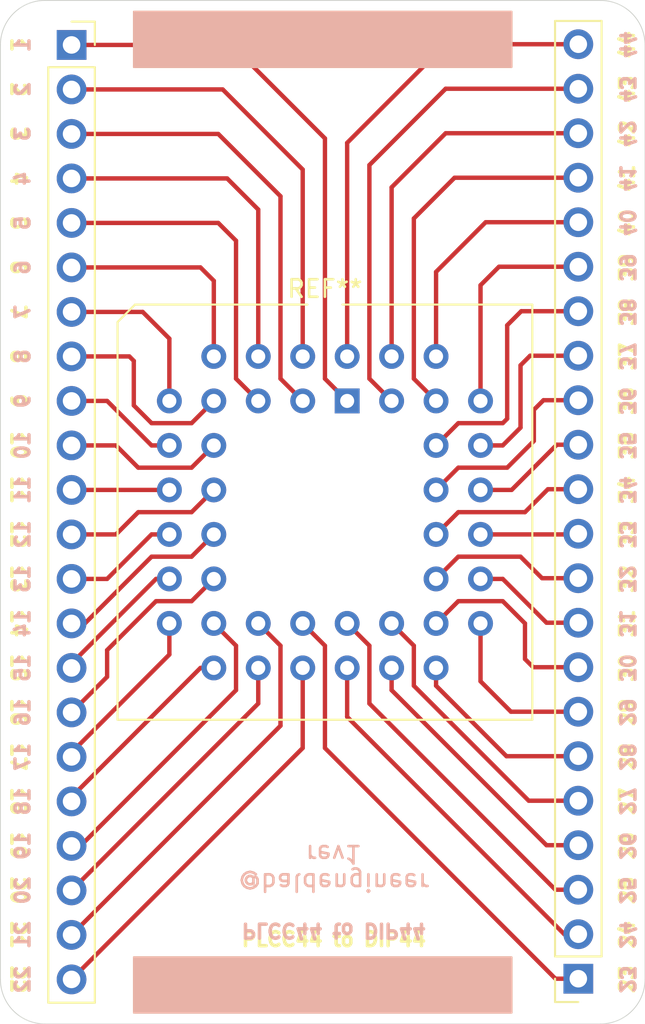
<source format=kicad_pcb>
(kicad_pcb (version 20171130) (host pcbnew "(5.1.10)-1")

  (general
    (thickness 1.6)
    (drawings 103)
    (tracks 160)
    (zones 0)
    (modules 3)
    (nets 1)
  )

  (page A4)
  (layers
    (0 F.Cu signal)
    (31 B.Cu signal)
    (32 B.Adhes user)
    (33 F.Adhes user)
    (34 B.Paste user)
    (35 F.Paste user)
    (36 B.SilkS user)
    (37 F.SilkS user)
    (38 B.Mask user)
    (39 F.Mask user)
    (40 Dwgs.User user)
    (41 Cmts.User user)
    (42 Eco1.User user)
    (43 Eco2.User user)
    (44 Edge.Cuts user)
    (45 Margin user)
    (46 B.CrtYd user)
    (47 F.CrtYd user)
    (48 B.Fab user)
    (49 F.Fab user hide)
  )

  (setup
    (last_trace_width 0.25)
    (trace_clearance 0.2)
    (zone_clearance 0.508)
    (zone_45_only no)
    (trace_min 0.2)
    (via_size 0.8)
    (via_drill 0.4)
    (via_min_size 0.4)
    (via_min_drill 0.3)
    (uvia_size 0.3)
    (uvia_drill 0.1)
    (uvias_allowed no)
    (uvia_min_size 0.2)
    (uvia_min_drill 0.1)
    (edge_width 0.05)
    (segment_width 0.2)
    (pcb_text_width 0.3)
    (pcb_text_size 1.5 1.5)
    (mod_edge_width 0.12)
    (mod_text_size 1 1)
    (mod_text_width 0.15)
    (pad_size 1.524 1.524)
    (pad_drill 0.762)
    (pad_to_mask_clearance 0)
    (aux_axis_origin 0 0)
    (visible_elements FFFFFF7F)
    (pcbplotparams
      (layerselection 0x010fc_ffffffff)
      (usegerberextensions false)
      (usegerberattributes true)
      (usegerberadvancedattributes true)
      (creategerberjobfile true)
      (excludeedgelayer true)
      (linewidth 0.100000)
      (plotframeref false)
      (viasonmask false)
      (mode 1)
      (useauxorigin false)
      (hpglpennumber 1)
      (hpglpenspeed 20)
      (hpglpendiameter 15.000000)
      (psnegative false)
      (psa4output false)
      (plotreference true)
      (plotvalue true)
      (plotinvisibletext false)
      (padsonsilk false)
      (subtractmaskfromsilk false)
      (outputformat 1)
      (mirror false)
      (drillshape 1)
      (scaleselection 1)
      (outputdirectory ""))
  )

  (net 0 "")

  (net_class Default "This is the default net class."
    (clearance 0.2)
    (trace_width 0.25)
    (via_dia 0.8)
    (via_drill 0.4)
    (uvia_dia 0.3)
    (uvia_drill 0.1)
  )

  (module Connector_PinSocket_2.54mm:PinSocket_1x22_P2.54mm_Vertical (layer F.Cu) (tedit 5A19A431) (tstamp 60D11549)
    (at 140.97 125.69 180)
    (descr "Through hole straight socket strip, 1x22, 2.54mm pitch, single row (from Kicad 4.0.7), script generated")
    (tags "Through hole socket strip THT 1x22 2.54mm single row")
    (fp_text reference REF** (at 0 -2.77) (layer F.SilkS) hide
      (effects (font (size 1 1) (thickness 0.15)))
    )
    (fp_text value PinSocket_1x22_P2.54mm_Vertical (at 0 56.11) (layer F.Fab)
      (effects (font (size 1 1) (thickness 0.15)))
    )
    (fp_text user %R (at 0 26.67 90) (layer F.Fab)
      (effects (font (size 1 1) (thickness 0.15)))
    )
    (fp_line (start -1.27 -1.27) (end 0.635 -1.27) (layer F.Fab) (width 0.1))
    (fp_line (start 0.635 -1.27) (end 1.27 -0.635) (layer F.Fab) (width 0.1))
    (fp_line (start 1.27 -0.635) (end 1.27 54.61) (layer F.Fab) (width 0.1))
    (fp_line (start 1.27 54.61) (end -1.27 54.61) (layer F.Fab) (width 0.1))
    (fp_line (start -1.27 54.61) (end -1.27 -1.27) (layer F.Fab) (width 0.1))
    (fp_line (start -1.33 1.27) (end 1.33 1.27) (layer F.SilkS) (width 0.12))
    (fp_line (start -1.33 1.27) (end -1.33 54.67) (layer F.SilkS) (width 0.12))
    (fp_line (start -1.33 54.67) (end 1.33 54.67) (layer F.SilkS) (width 0.12))
    (fp_line (start 1.33 1.27) (end 1.33 54.67) (layer F.SilkS) (width 0.12))
    (fp_line (start 1.33 -1.33) (end 1.33 0) (layer F.SilkS) (width 0.12))
    (fp_line (start 0 -1.33) (end 1.33 -1.33) (layer F.SilkS) (width 0.12))
    (fp_line (start -1.8 -1.8) (end 1.75 -1.8) (layer F.CrtYd) (width 0.05))
    (fp_line (start 1.75 -1.8) (end 1.75 55.1) (layer F.CrtYd) (width 0.05))
    (fp_line (start 1.75 55.1) (end -1.8 55.1) (layer F.CrtYd) (width 0.05))
    (fp_line (start -1.8 55.1) (end -1.8 -1.8) (layer F.CrtYd) (width 0.05))
    (pad 22 thru_hole oval (at 0 53.34 180) (size 1.7 1.7) (drill 1) (layers *.Cu *.Mask))
    (pad 21 thru_hole oval (at 0 50.8 180) (size 1.7 1.7) (drill 1) (layers *.Cu *.Mask))
    (pad 20 thru_hole oval (at 0 48.26 180) (size 1.7 1.7) (drill 1) (layers *.Cu *.Mask))
    (pad 19 thru_hole oval (at 0 45.72 180) (size 1.7 1.7) (drill 1) (layers *.Cu *.Mask))
    (pad 18 thru_hole oval (at 0 43.18 180) (size 1.7 1.7) (drill 1) (layers *.Cu *.Mask))
    (pad 17 thru_hole oval (at 0 40.64 180) (size 1.7 1.7) (drill 1) (layers *.Cu *.Mask))
    (pad 16 thru_hole oval (at 0 38.1 180) (size 1.7 1.7) (drill 1) (layers *.Cu *.Mask))
    (pad 15 thru_hole oval (at 0 35.56 180) (size 1.7 1.7) (drill 1) (layers *.Cu *.Mask))
    (pad 14 thru_hole oval (at 0 33.02 180) (size 1.7 1.7) (drill 1) (layers *.Cu *.Mask))
    (pad 13 thru_hole oval (at 0 30.48 180) (size 1.7 1.7) (drill 1) (layers *.Cu *.Mask))
    (pad 12 thru_hole oval (at 0 27.94 180) (size 1.7 1.7) (drill 1) (layers *.Cu *.Mask))
    (pad 11 thru_hole oval (at 0 25.4 180) (size 1.7 1.7) (drill 1) (layers *.Cu *.Mask))
    (pad 10 thru_hole oval (at 0 22.86 180) (size 1.7 1.7) (drill 1) (layers *.Cu *.Mask))
    (pad 9 thru_hole oval (at 0 20.32 180) (size 1.7 1.7) (drill 1) (layers *.Cu *.Mask))
    (pad 8 thru_hole oval (at 0 17.78 180) (size 1.7 1.7) (drill 1) (layers *.Cu *.Mask))
    (pad 7 thru_hole oval (at 0 15.24 180) (size 1.7 1.7) (drill 1) (layers *.Cu *.Mask))
    (pad 6 thru_hole oval (at 0 12.7 180) (size 1.7 1.7) (drill 1) (layers *.Cu *.Mask))
    (pad 5 thru_hole oval (at 0 10.16 180) (size 1.7 1.7) (drill 1) (layers *.Cu *.Mask))
    (pad 4 thru_hole oval (at 0 7.62 180) (size 1.7 1.7) (drill 1) (layers *.Cu *.Mask))
    (pad 3 thru_hole oval (at 0 5.08 180) (size 1.7 1.7) (drill 1) (layers *.Cu *.Mask))
    (pad 2 thru_hole oval (at 0 2.54 180) (size 1.7 1.7) (drill 1) (layers *.Cu *.Mask))
    (pad 1 thru_hole rect (at 0 0 180) (size 1.7 1.7) (drill 1) (layers *.Cu *.Mask))
    (model ${KISYS3DMOD}/Connector_PinSocket_2.54mm.3dshapes/PinSocket_1x22_P2.54mm_Vertical.wrl
      (at (xyz 0 0 0))
      (scale (xyz 1 1 1))
      (rotate (xyz 0 0 0))
    )
  )

  (module Connector_PinSocket_2.54mm:PinSocket_1x22_P2.54mm_Vertical (layer F.Cu) (tedit 5A19A431) (tstamp 60D11452)
    (at 112.014 72.39)
    (descr "Through hole straight socket strip, 1x22, 2.54mm pitch, single row (from Kicad 4.0.7), script generated")
    (tags "Through hole socket strip THT 1x22 2.54mm single row")
    (fp_text reference REF** (at 0 -2.77) (layer F.SilkS) hide
      (effects (font (size 1 1) (thickness 0.15)))
    )
    (fp_text value PinSocket_1x22_P2.54mm_Vertical (at 0 56.11) (layer F.Fab)
      (effects (font (size 1 1) (thickness 0.15)))
    )
    (fp_text user %R (at 0 26.67 90) (layer F.Fab)
      (effects (font (size 1 1) (thickness 0.15)))
    )
    (fp_line (start -1.27 -1.27) (end 0.635 -1.27) (layer F.Fab) (width 0.1))
    (fp_line (start 0.635 -1.27) (end 1.27 -0.635) (layer F.Fab) (width 0.1))
    (fp_line (start 1.27 -0.635) (end 1.27 54.61) (layer F.Fab) (width 0.1))
    (fp_line (start 1.27 54.61) (end -1.27 54.61) (layer F.Fab) (width 0.1))
    (fp_line (start -1.27 54.61) (end -1.27 -1.27) (layer F.Fab) (width 0.1))
    (fp_line (start -1.33 1.27) (end 1.33 1.27) (layer F.SilkS) (width 0.12))
    (fp_line (start -1.33 1.27) (end -1.33 54.67) (layer F.SilkS) (width 0.12))
    (fp_line (start -1.33 54.67) (end 1.33 54.67) (layer F.SilkS) (width 0.12))
    (fp_line (start 1.33 1.27) (end 1.33 54.67) (layer F.SilkS) (width 0.12))
    (fp_line (start 1.33 -1.33) (end 1.33 0) (layer F.SilkS) (width 0.12))
    (fp_line (start 0 -1.33) (end 1.33 -1.33) (layer F.SilkS) (width 0.12))
    (fp_line (start -1.8 -1.8) (end 1.75 -1.8) (layer F.CrtYd) (width 0.05))
    (fp_line (start 1.75 -1.8) (end 1.75 55.1) (layer F.CrtYd) (width 0.05))
    (fp_line (start 1.75 55.1) (end -1.8 55.1) (layer F.CrtYd) (width 0.05))
    (fp_line (start -1.8 55.1) (end -1.8 -1.8) (layer F.CrtYd) (width 0.05))
    (pad 22 thru_hole oval (at 0 53.34) (size 1.7 1.7) (drill 1) (layers *.Cu *.Mask))
    (pad 21 thru_hole oval (at 0 50.8) (size 1.7 1.7) (drill 1) (layers *.Cu *.Mask))
    (pad 20 thru_hole oval (at 0 48.26) (size 1.7 1.7) (drill 1) (layers *.Cu *.Mask))
    (pad 19 thru_hole oval (at 0 45.72) (size 1.7 1.7) (drill 1) (layers *.Cu *.Mask))
    (pad 18 thru_hole oval (at 0 43.18) (size 1.7 1.7) (drill 1) (layers *.Cu *.Mask))
    (pad 17 thru_hole oval (at 0 40.64) (size 1.7 1.7) (drill 1) (layers *.Cu *.Mask))
    (pad 16 thru_hole oval (at 0 38.1) (size 1.7 1.7) (drill 1) (layers *.Cu *.Mask))
    (pad 15 thru_hole oval (at 0 35.56) (size 1.7 1.7) (drill 1) (layers *.Cu *.Mask))
    (pad 14 thru_hole oval (at 0 33.02) (size 1.7 1.7) (drill 1) (layers *.Cu *.Mask))
    (pad 13 thru_hole oval (at 0 30.48) (size 1.7 1.7) (drill 1) (layers *.Cu *.Mask))
    (pad 12 thru_hole oval (at 0 27.94) (size 1.7 1.7) (drill 1) (layers *.Cu *.Mask))
    (pad 11 thru_hole oval (at 0 25.4) (size 1.7 1.7) (drill 1) (layers *.Cu *.Mask))
    (pad 10 thru_hole oval (at 0 22.86) (size 1.7 1.7) (drill 1) (layers *.Cu *.Mask))
    (pad 9 thru_hole oval (at 0 20.32) (size 1.7 1.7) (drill 1) (layers *.Cu *.Mask))
    (pad 8 thru_hole oval (at 0 17.78) (size 1.7 1.7) (drill 1) (layers *.Cu *.Mask))
    (pad 7 thru_hole oval (at 0 15.24) (size 1.7 1.7) (drill 1) (layers *.Cu *.Mask))
    (pad 6 thru_hole oval (at 0 12.7) (size 1.7 1.7) (drill 1) (layers *.Cu *.Mask))
    (pad 5 thru_hole oval (at 0 10.16) (size 1.7 1.7) (drill 1) (layers *.Cu *.Mask))
    (pad 4 thru_hole oval (at 0 7.62) (size 1.7 1.7) (drill 1) (layers *.Cu *.Mask))
    (pad 3 thru_hole oval (at 0 5.08) (size 1.7 1.7) (drill 1) (layers *.Cu *.Mask))
    (pad 2 thru_hole oval (at 0 2.54) (size 1.7 1.7) (drill 1) (layers *.Cu *.Mask))
    (pad 1 thru_hole rect (at 0 0) (size 1.7 1.7) (drill 1) (layers *.Cu *.Mask))
    (model ${KISYS3DMOD}/Connector_PinSocket_2.54mm.3dshapes/PinSocket_1x22_P2.54mm_Vertical.wrl
      (at (xyz 0 0 0))
      (scale (xyz 1 1 1))
      (rotate (xyz 0 0 0))
    )
  )

  (module Package_LCC:PLCC-44_THT-Socket (layer F.Cu) (tedit 5A02ECC8) (tstamp 60D10D98)
    (at 127.762 92.71)
    (descr "PLCC, 44 pins, through hole")
    (tags "plcc leaded")
    (fp_text reference REF** (at -1.27 -6.4) (layer F.SilkS)
      (effects (font (size 1 1) (thickness 0.15)))
    )
    (fp_text value PLCC-44_THT-Socket (at -1.27 19.1) (layer F.Fab)
      (effects (font (size 1 1) (thickness 0.15)))
    )
    (fp_text user %R (at -1.27 6.35) (layer F.Fab)
      (effects (font (size 1 1) (thickness 0.15)))
    )
    (fp_line (start -12.02 -5.4) (end -13.02 -4.4) (layer F.Fab) (width 0.1))
    (fp_line (start -13.02 -4.4) (end -13.02 18.1) (layer F.Fab) (width 0.1))
    (fp_line (start -13.02 18.1) (end 10.48 18.1) (layer F.Fab) (width 0.1))
    (fp_line (start 10.48 18.1) (end 10.48 -5.4) (layer F.Fab) (width 0.1))
    (fp_line (start 10.48 -5.4) (end -12.02 -5.4) (layer F.Fab) (width 0.1))
    (fp_line (start -13.52 -5.9) (end -13.52 18.6) (layer F.CrtYd) (width 0.05))
    (fp_line (start -13.52 18.6) (end 10.98 18.6) (layer F.CrtYd) (width 0.05))
    (fp_line (start 10.98 18.6) (end 10.98 -5.9) (layer F.CrtYd) (width 0.05))
    (fp_line (start 10.98 -5.9) (end -13.52 -5.9) (layer F.CrtYd) (width 0.05))
    (fp_line (start -10.48 -2.86) (end -10.48 15.56) (layer F.Fab) (width 0.1))
    (fp_line (start -10.48 15.56) (end 7.94 15.56) (layer F.Fab) (width 0.1))
    (fp_line (start 7.94 15.56) (end 7.94 -2.86) (layer F.Fab) (width 0.1))
    (fp_line (start 7.94 -2.86) (end -10.48 -2.86) (layer F.Fab) (width 0.1))
    (fp_line (start -1.77 -5.4) (end -1.27 -4.4) (layer F.Fab) (width 0.1))
    (fp_line (start -1.27 -4.4) (end -0.77 -5.4) (layer F.Fab) (width 0.1))
    (fp_line (start -2.27 -5.5) (end -12.12 -5.5) (layer F.SilkS) (width 0.12))
    (fp_line (start -12.12 -5.5) (end -13.12 -4.5) (layer F.SilkS) (width 0.12))
    (fp_line (start -13.12 -4.5) (end -13.12 18.2) (layer F.SilkS) (width 0.12))
    (fp_line (start -13.12 18.2) (end 10.58 18.2) (layer F.SilkS) (width 0.12))
    (fp_line (start 10.58 18.2) (end 10.58 -5.5) (layer F.SilkS) (width 0.12))
    (fp_line (start 10.58 -5.5) (end -0.27 -5.5) (layer F.SilkS) (width 0.12))
    (pad 39 thru_hole circle (at 7.62 0) (size 1.4224 1.4224) (drill 0.8) (layers *.Cu *.Mask))
    (pad 37 thru_hole circle (at 7.62 2.54) (size 1.4224 1.4224) (drill 0.8) (layers *.Cu *.Mask))
    (pad 35 thru_hole circle (at 7.62 5.08) (size 1.4224 1.4224) (drill 0.8) (layers *.Cu *.Mask))
    (pad 33 thru_hole circle (at 7.62 7.62) (size 1.4224 1.4224) (drill 0.8) (layers *.Cu *.Mask))
    (pad 31 thru_hole circle (at 7.62 10.16) (size 1.4224 1.4224) (drill 0.8) (layers *.Cu *.Mask))
    (pad 40 thru_hole circle (at 5.08 -2.54) (size 1.4224 1.4224) (drill 0.8) (layers *.Cu *.Mask))
    (pad 38 thru_hole circle (at 5.08 2.54) (size 1.4224 1.4224) (drill 0.8) (layers *.Cu *.Mask))
    (pad 36 thru_hole circle (at 5.08 5.08) (size 1.4224 1.4224) (drill 0.8) (layers *.Cu *.Mask))
    (pad 34 thru_hole circle (at 5.08 7.62) (size 1.4224 1.4224) (drill 0.8) (layers *.Cu *.Mask))
    (pad 32 thru_hole circle (at 5.08 10.16) (size 1.4224 1.4224) (drill 0.8) (layers *.Cu *.Mask))
    (pad 30 thru_hole circle (at 5.08 12.7) (size 1.4224 1.4224) (drill 0.8) (layers *.Cu *.Mask))
    (pad 28 thru_hole circle (at 5.08 15.24) (size 1.4224 1.4224) (drill 0.8) (layers *.Cu *.Mask))
    (pad 26 thru_hole circle (at 2.54 15.24) (size 1.4224 1.4224) (drill 0.8) (layers *.Cu *.Mask))
    (pad 24 thru_hole circle (at 0 15.24) (size 1.4224 1.4224) (drill 0.8) (layers *.Cu *.Mask))
    (pad 22 thru_hole circle (at -2.54 15.24) (size 1.4224 1.4224) (drill 0.8) (layers *.Cu *.Mask))
    (pad 20 thru_hole circle (at -5.08 15.24) (size 1.4224 1.4224) (drill 0.8) (layers *.Cu *.Mask))
    (pad 18 thru_hole circle (at -7.62 15.24) (size 1.4224 1.4224) (drill 0.8) (layers *.Cu *.Mask))
    (pad 29 thru_hole circle (at 7.62 12.7) (size 1.4224 1.4224) (drill 0.8) (layers *.Cu *.Mask))
    (pad 27 thru_hole circle (at 2.54 12.7) (size 1.4224 1.4224) (drill 0.8) (layers *.Cu *.Mask))
    (pad 25 thru_hole circle (at 0 12.7) (size 1.4224 1.4224) (drill 0.8) (layers *.Cu *.Mask))
    (pad 23 thru_hole circle (at -2.54 12.7) (size 1.4224 1.4224) (drill 0.8) (layers *.Cu *.Mask))
    (pad 21 thru_hole circle (at -5.08 12.7) (size 1.4224 1.4224) (drill 0.8) (layers *.Cu *.Mask))
    (pad 19 thru_hole circle (at -7.62 12.7) (size 1.4224 1.4224) (drill 0.8) (layers *.Cu *.Mask))
    (pad 17 thru_hole circle (at -10.16 12.7) (size 1.4224 1.4224) (drill 0.8) (layers *.Cu *.Mask))
    (pad 15 thru_hole circle (at -10.16 10.16) (size 1.4224 1.4224) (drill 0.8) (layers *.Cu *.Mask))
    (pad 13 thru_hole circle (at -10.16 7.62) (size 1.4224 1.4224) (drill 0.8) (layers *.Cu *.Mask))
    (pad 11 thru_hole circle (at -10.16 5.08) (size 1.4224 1.4224) (drill 0.8) (layers *.Cu *.Mask))
    (pad 9 thru_hole circle (at -10.16 2.54) (size 1.4224 1.4224) (drill 0.8) (layers *.Cu *.Mask))
    (pad 7 thru_hole circle (at -10.16 0) (size 1.4224 1.4224) (drill 0.8) (layers *.Cu *.Mask))
    (pad 16 thru_hole circle (at -7.62 10.16) (size 1.4224 1.4224) (drill 0.8) (layers *.Cu *.Mask))
    (pad 14 thru_hole circle (at -7.62 7.62) (size 1.4224 1.4224) (drill 0.8) (layers *.Cu *.Mask))
    (pad 12 thru_hole circle (at -7.62 5.08) (size 1.4224 1.4224) (drill 0.8) (layers *.Cu *.Mask))
    (pad 10 thru_hole circle (at -7.62 2.54) (size 1.4224 1.4224) (drill 0.8) (layers *.Cu *.Mask))
    (pad 8 thru_hole circle (at -7.62 0) (size 1.4224 1.4224) (drill 0.8) (layers *.Cu *.Mask))
    (pad 42 thru_hole circle (at 2.54 -2.54) (size 1.4224 1.4224) (drill 0.8) (layers *.Cu *.Mask))
    (pad 44 thru_hole circle (at 0 -2.54) (size 1.4224 1.4224) (drill 0.8) (layers *.Cu *.Mask))
    (pad 6 thru_hole circle (at -7.62 -2.54) (size 1.4224 1.4224) (drill 0.8) (layers *.Cu *.Mask))
    (pad 4 thru_hole circle (at -5.08 -2.54) (size 1.4224 1.4224) (drill 0.8) (layers *.Cu *.Mask))
    (pad 2 thru_hole circle (at -2.54 -2.54) (size 1.4224 1.4224) (drill 0.8) (layers *.Cu *.Mask))
    (pad 41 thru_hole circle (at 5.08 0) (size 1.4224 1.4224) (drill 0.8) (layers *.Cu *.Mask))
    (pad 43 thru_hole circle (at 2.54 0) (size 1.4224 1.4224) (drill 0.8) (layers *.Cu *.Mask))
    (pad 5 thru_hole circle (at -5.08 0) (size 1.4224 1.4224) (drill 0.8) (layers *.Cu *.Mask))
    (pad 3 thru_hole circle (at -2.54 0) (size 1.4224 1.4224) (drill 0.8) (layers *.Cu *.Mask))
    (pad 1 thru_hole rect (at 0 0) (size 1.4224 1.4224) (drill 0.8) (layers *.Cu *.Mask))
    (model ${KISYS3DMOD}/Package_LCC.3dshapes/PLCC-44_THT-Socket.wrl
      (at (xyz 0 0 0))
      (scale (xyz 1 1 1))
      (rotate (xyz 0 0 0))
    )
  )

  (gr_poly (pts (xy 137.16 70.485) (xy 115.57 70.485) (xy 115.57 73.66) (xy 137.16 73.66)) (layer B.SilkS) (width 0.1) (tstamp 60D12237))
  (gr_poly (pts (xy 137.16 73.66) (xy 115.57 73.66) (xy 115.57 70.485) (xy 137.16 70.485)) (layer F.SilkS) (width 0.1) (tstamp 60D12237))
  (gr_poly (pts (xy 137.16 124.46) (xy 115.57 124.46) (xy 115.57 127.635) (xy 137.16 127.635)) (layer B.SilkS) (width 0.1) (tstamp 60D12237))
  (gr_poly (pts (xy 137.16 127.635) (xy 115.57 127.635) (xy 115.57 124.46) (xy 137.16 124.46)) (layer F.SilkS) (width 0.1))
  (gr_arc (start 142.24 72.39) (end 144.78 72.39) (angle -90) (layer Edge.Cuts) (width 0.05) (tstamp 60D1221F))
  (gr_arc (start 142.24 125.73) (end 142.24 128.27) (angle -90) (layer Edge.Cuts) (width 0.05) (tstamp 60D1221F))
  (gr_arc (start 110.49 125.73) (end 107.95 125.73) (angle -90) (layer Edge.Cuts) (width 0.05) (tstamp 60D1221F))
  (gr_arc (start 110.49 72.39) (end 110.49 69.85) (angle -90) (layer Edge.Cuts) (width 0.05))
  (gr_line (start 107.95 125.73) (end 107.95 72.39) (layer Edge.Cuts) (width 0.05) (tstamp 60D1220F))
  (gr_line (start 142.24 128.27) (end 110.49 128.27) (layer Edge.Cuts) (width 0.05))
  (gr_line (start 144.78 72.39) (end 144.78 125.73) (layer Edge.Cuts) (width 0.05))
  (gr_line (start 110.49 69.85) (end 142.24 69.85) (layer Edge.Cuts) (width 0.05))
  (gr_text "@baldengineer\nrev1" (at 127 119.38 180) (layer B.SilkS)
    (effects (font (size 1 1) (thickness 0.15)) (justify mirror))
  )
  (gr_text "PLCC44 to DIP44" (at 127 122.936 180) (layer B.SilkS) (tstamp 60D12206)
    (effects (font (size 0.8 0.8) (thickness 0.2)) (justify mirror))
  )
  (gr_text "PLCC44 to DIP44" (at 127 123.444) (layer F.SilkS) (tstamp 60D121FE)
    (effects (font (size 0.8 0.8) (thickness 0.2)))
  )
  (gr_text 28 (at 143.764 113.03 270) (layer B.SilkS) (tstamp 60D1213A)
    (effects (font (size 0.8 0.8) (thickness 0.2)) (justify mirror))
  )
  (gr_text 32 (at 143.764 102.87 270) (layer B.SilkS) (tstamp 60D12139)
    (effects (font (size 0.8 0.8) (thickness 0.2)) (justify mirror))
  )
  (gr_text 25 (at 143.764 120.65 270) (layer B.SilkS) (tstamp 60D12138)
    (effects (font (size 0.8 0.8) (thickness 0.2)) (justify mirror))
  )
  (gr_text 41 (at 143.764 80.01 270) (layer B.SilkS) (tstamp 60D12137)
    (effects (font (size 0.8 0.8) (thickness 0.2)) (justify mirror))
  )
  (gr_text 43 (at 143.764 74.93 270) (layer B.SilkS) (tstamp 60D12136)
    (effects (font (size 0.8 0.8) (thickness 0.2)) (justify mirror))
  )
  (gr_text 40 (at 143.764 82.55 270) (layer B.SilkS) (tstamp 60D12135)
    (effects (font (size 0.8 0.8) (thickness 0.2)) (justify mirror))
  )
  (gr_text 36 (at 143.764 92.71 270) (layer B.SilkS) (tstamp 60D12134)
    (effects (font (size 0.8 0.8) (thickness 0.2)) (justify mirror))
  )
  (gr_text 42 (at 143.764 77.47 270) (layer B.SilkS) (tstamp 60D12133)
    (effects (font (size 0.8 0.8) (thickness 0.2)) (justify mirror))
  )
  (gr_text 29 (at 143.764 110.49 270) (layer B.SilkS) (tstamp 60D12132)
    (effects (font (size 0.8 0.8) (thickness 0.2)) (justify mirror))
  )
  (gr_text 26 (at 143.764 118.11 270) (layer B.SilkS) (tstamp 60D12131)
    (effects (font (size 0.8 0.8) (thickness 0.2)) (justify mirror))
  )
  (gr_text 33 (at 143.764 100.33 270) (layer B.SilkS) (tstamp 60D12130)
    (effects (font (size 0.8 0.8) (thickness 0.2)) (justify mirror))
  )
  (gr_text 34 (at 143.764 97.79 270) (layer B.SilkS) (tstamp 60D1212F)
    (effects (font (size 0.8 0.8) (thickness 0.2)) (justify mirror))
  )
  (gr_text 39 (at 143.764 85.09 270) (layer B.SilkS) (tstamp 60D1212E)
    (effects (font (size 0.8 0.8) (thickness 0.2)) (justify mirror))
  )
  (gr_text 38 (at 143.764 87.63 270) (layer B.SilkS) (tstamp 60D1212D)
    (effects (font (size 0.8 0.8) (thickness 0.2)) (justify mirror))
  )
  (gr_text 37 (at 143.764 90.17 270) (layer B.SilkS) (tstamp 60D1212C)
    (effects (font (size 0.8 0.8) (thickness 0.2)) (justify mirror))
  )
  (gr_text 31 (at 143.764 105.41 270) (layer B.SilkS) (tstamp 60D1212B)
    (effects (font (size 0.8 0.8) (thickness 0.2)) (justify mirror))
  )
  (gr_text 30 (at 143.764 107.95 270) (layer B.SilkS) (tstamp 60D1212A)
    (effects (font (size 0.8 0.8) (thickness 0.2)) (justify mirror))
  )
  (gr_text 23 (at 143.764 125.73 270) (layer B.SilkS) (tstamp 60D12129)
    (effects (font (size 0.8 0.8) (thickness 0.2)) (justify mirror))
  )
  (gr_text 27 (at 143.764 115.57 270) (layer B.SilkS) (tstamp 60D12128)
    (effects (font (size 0.8 0.8) (thickness 0.2)) (justify mirror))
  )
  (gr_text 35 (at 143.764 95.25 270) (layer B.SilkS) (tstamp 60D12127)
    (effects (font (size 0.8 0.8) (thickness 0.2)) (justify mirror))
  )
  (gr_text 24 (at 143.764 123.19 270) (layer B.SilkS) (tstamp 60D12126)
    (effects (font (size 0.8 0.8) (thickness 0.2)) (justify mirror))
  )
  (gr_text 44 (at 143.764 72.39 270) (layer B.SilkS) (tstamp 60D12125)
    (effects (font (size 0.8 0.8) (thickness 0.2)) (justify mirror))
  )
  (gr_text 22 (at 109.22 125.73 90) (layer B.SilkS) (tstamp 60D120CC)
    (effects (font (size 0.8 0.8) (thickness 0.2)) (justify mirror))
  )
  (gr_text 5 (at 109.22 82.55 90) (layer B.SilkS) (tstamp 60D120CB)
    (effects (font (size 0.8 0.8) (thickness 0.2)) (justify mirror))
  )
  (gr_text 13 (at 109.22 102.87 90) (layer B.SilkS) (tstamp 60D120CA)
    (effects (font (size 0.8 0.8) (thickness 0.2)) (justify mirror))
  )
  (gr_text 15 (at 109.22 107.95 90) (layer B.SilkS) (tstamp 60D120C9)
    (effects (font (size 0.8 0.8) (thickness 0.2)) (justify mirror))
  )
  (gr_text 14 (at 109.22 105.41 90) (layer B.SilkS) (tstamp 60D120C8)
    (effects (font (size 0.8 0.8) (thickness 0.2)) (justify mirror))
  )
  (gr_text 11 (at 109.22 97.79 90) (layer B.SilkS) (tstamp 60D120C7)
    (effects (font (size 0.8 0.8) (thickness 0.2)) (justify mirror))
  )
  (gr_text 6 (at 109.22 85.09 90) (layer B.SilkS) (tstamp 60D120C6)
    (effects (font (size 0.8 0.8) (thickness 0.2)) (justify mirror))
  )
  (gr_text 3 (at 109.22 77.47 90) (layer B.SilkS) (tstamp 60D120C5)
    (effects (font (size 0.8 0.8) (thickness 0.2)) (justify mirror))
  )
  (gr_text 1 (at 109.22 72.39 90) (layer B.SilkS) (tstamp 60D120C4)
    (effects (font (size 0.8 0.8) (thickness 0.2)) (justify mirror))
  )
  (gr_text 10 (at 109.22 95.25 90) (layer B.SilkS) (tstamp 60D120C3)
    (effects (font (size 0.8 0.8) (thickness 0.2)) (justify mirror))
  )
  (gr_text 21 (at 109.22 123.19 90) (layer B.SilkS) (tstamp 60D120C2)
    (effects (font (size 0.8 0.8) (thickness 0.2)) (justify mirror))
  )
  (gr_text 12 (at 109.22 100.33 90) (layer B.SilkS) (tstamp 60D120C1)
    (effects (font (size 0.8 0.8) (thickness 0.2)) (justify mirror))
  )
  (gr_text 20 (at 109.22 120.65 90) (layer B.SilkS) (tstamp 60D120C0)
    (effects (font (size 0.8 0.8) (thickness 0.2)) (justify mirror))
  )
  (gr_text 19 (at 109.22 118.11 90) (layer B.SilkS) (tstamp 60D120BF)
    (effects (font (size 0.8 0.8) (thickness 0.2)) (justify mirror))
  )
  (gr_text 8 (at 109.22 90.17 90) (layer B.SilkS) (tstamp 60D120BE)
    (effects (font (size 0.8 0.8) (thickness 0.2)) (justify mirror))
  )
  (gr_text 18 (at 109.22 115.57 90) (layer B.SilkS) (tstamp 60D120BD)
    (effects (font (size 0.8 0.8) (thickness 0.2)) (justify mirror))
  )
  (gr_text "17\n" (at 109.22 113.03 90) (layer B.SilkS) (tstamp 60D120BC)
    (effects (font (size 0.8 0.8) (thickness 0.2)) (justify mirror))
  )
  (gr_text 16 (at 109.22 110.49 90) (layer B.SilkS) (tstamp 60D120BB)
    (effects (font (size 0.8 0.8) (thickness 0.2)) (justify mirror))
  )
  (gr_text 9 (at 109.22 92.71 90) (layer B.SilkS) (tstamp 60D120BA)
    (effects (font (size 0.8 0.8) (thickness 0.2)) (justify mirror))
  )
  (gr_text 7 (at 109.22 87.63 90) (layer B.SilkS) (tstamp 60D120B9)
    (effects (font (size 0.8 0.8) (thickness 0.2)) (justify mirror))
  )
  (gr_text 2 (at 109.22 74.93 90) (layer B.SilkS) (tstamp 60D120B8)
    (effects (font (size 0.8 0.8) (thickness 0.2)) (justify mirror))
  )
  (gr_text 4 (at 109.22 80.01 90) (layer B.SilkS) (tstamp 60D120B7)
    (effects (font (size 0.8 0.8) (thickness 0.2)) (justify mirror))
  )
  (gr_text 44 (at 143.764 72.39 90) (layer F.SilkS) (tstamp 60D12060)
    (effects (font (size 0.8 0.8) (thickness 0.2)))
  )
  (gr_text 43 (at 143.764 74.93 90) (layer F.SilkS) (tstamp 60D12060)
    (effects (font (size 0.8 0.8) (thickness 0.2)))
  )
  (gr_text 42 (at 143.764 77.47 90) (layer F.SilkS) (tstamp 60D12060)
    (effects (font (size 0.8 0.8) (thickness 0.2)))
  )
  (gr_text 41 (at 143.764 80.01 90) (layer F.SilkS) (tstamp 60D12060)
    (effects (font (size 0.8 0.8) (thickness 0.2)))
  )
  (gr_text 40 (at 143.764 82.55 90) (layer F.SilkS) (tstamp 60D12052)
    (effects (font (size 0.8 0.8) (thickness 0.2)))
  )
  (gr_text 39 (at 143.764 85.09 90) (layer F.SilkS) (tstamp 60D12052)
    (effects (font (size 0.8 0.8) (thickness 0.2)))
  )
  (gr_text 38 (at 143.764 87.63 90) (layer F.SilkS) (tstamp 60D12052)
    (effects (font (size 0.8 0.8) (thickness 0.2)))
  )
  (gr_text 37 (at 143.764 90.17 90) (layer F.SilkS) (tstamp 60D12052)
    (effects (font (size 0.8 0.8) (thickness 0.2)))
  )
  (gr_text 36 (at 143.764 92.71 90) (layer F.SilkS) (tstamp 60D12052)
    (effects (font (size 0.8 0.8) (thickness 0.2)))
  )
  (gr_text 35 (at 143.764 95.25 90) (layer F.SilkS) (tstamp 60D12052)
    (effects (font (size 0.8 0.8) (thickness 0.2)))
  )
  (gr_text 34 (at 143.764 97.79 90) (layer F.SilkS) (tstamp 60D12052)
    (effects (font (size 0.8 0.8) (thickness 0.2)))
  )
  (gr_text 33 (at 143.764 100.33 90) (layer F.SilkS) (tstamp 60D12052)
    (effects (font (size 0.8 0.8) (thickness 0.2)))
  )
  (gr_text 32 (at 143.764 102.87 90) (layer F.SilkS) (tstamp 60D12052)
    (effects (font (size 0.8 0.8) (thickness 0.2)))
  )
  (gr_text 31 (at 143.764 105.41 90) (layer F.SilkS) (tstamp 60D12052)
    (effects (font (size 0.8 0.8) (thickness 0.2)))
  )
  (gr_text 30 (at 143.764 107.95 90) (layer F.SilkS) (tstamp 60D12049)
    (effects (font (size 0.8 0.8) (thickness 0.2)))
  )
  (gr_text 29 (at 143.764 110.49 90) (layer F.SilkS) (tstamp 60D12049)
    (effects (font (size 0.8 0.8) (thickness 0.2)))
  )
  (gr_text 28 (at 143.764 113.03 90) (layer F.SilkS) (tstamp 60D12049)
    (effects (font (size 0.8 0.8) (thickness 0.2)))
  )
  (gr_text 27 (at 143.764 115.57 90) (layer F.SilkS) (tstamp 60D12049)
    (effects (font (size 0.8 0.8) (thickness 0.2)))
  )
  (gr_text 26 (at 143.764 118.11 90) (layer F.SilkS) (tstamp 60D12049)
    (effects (font (size 0.8 0.8) (thickness 0.2)))
  )
  (gr_text 25 (at 143.764 120.65 90) (layer F.SilkS) (tstamp 60D12049)
    (effects (font (size 0.8 0.8) (thickness 0.2)))
  )
  (gr_text 24 (at 143.764 123.19 90) (layer F.SilkS) (tstamp 60D12049)
    (effects (font (size 0.8 0.8) (thickness 0.2)))
  )
  (gr_text 23 (at 143.764 125.73 90) (layer F.SilkS) (tstamp 60D12040)
    (effects (font (size 0.8 0.8) (thickness 0.2)))
  )
  (gr_text 22 (at 108.966 125.73 -90) (layer F.SilkS) (tstamp 60D12040)
    (effects (font (size 0.8 0.8) (thickness 0.2)))
  )
  (gr_text 21 (at 108.966 123.19 -90) (layer F.SilkS) (tstamp 60D12040)
    (effects (font (size 0.8 0.8) (thickness 0.2)))
  )
  (gr_text 20 (at 108.966 120.65 -90) (layer F.SilkS) (tstamp 60D12033)
    (effects (font (size 0.8 0.8) (thickness 0.2)))
  )
  (gr_text 19 (at 108.966 118.11 -90) (layer F.SilkS) (tstamp 60D12033)
    (effects (font (size 0.8 0.8) (thickness 0.2)))
  )
  (gr_text 18 (at 108.966 115.57 -90) (layer F.SilkS) (tstamp 60D12033)
    (effects (font (size 0.8 0.8) (thickness 0.2)))
  )
  (gr_text "17\n" (at 108.966 113.03 -90) (layer F.SilkS) (tstamp 60D12033)
    (effects (font (size 0.8 0.8) (thickness 0.2)))
  )
  (gr_text 16 (at 108.966 110.49 -90) (layer F.SilkS) (tstamp 60D12033)
    (effects (font (size 0.8 0.8) (thickness 0.2)))
  )
  (gr_text 15 (at 108.966 107.95 -90) (layer F.SilkS) (tstamp 60D12033)
    (effects (font (size 0.8 0.8) (thickness 0.2)))
  )
  (gr_text 14 (at 108.966 105.41 -90) (layer F.SilkS) (tstamp 60D12033)
    (effects (font (size 0.8 0.8) (thickness 0.2)))
  )
  (gr_text 13 (at 108.966 102.87 -90) (layer F.SilkS) (tstamp 60D12033)
    (effects (font (size 0.8 0.8) (thickness 0.2)))
  )
  (gr_text 12 (at 108.966 100.33 -90) (layer F.SilkS) (tstamp 60D12033)
    (effects (font (size 0.8 0.8) (thickness 0.2)))
  )
  (gr_text 11 (at 108.966 97.79 -90) (layer F.SilkS) (tstamp 60D12033)
    (effects (font (size 0.8 0.8) (thickness 0.2)))
  )
  (gr_text 10 (at 108.966 95.25 -90) (layer F.SilkS) (tstamp 60D12027)
    (effects (font (size 0.8 0.8) (thickness 0.2)))
  )
  (gr_text 9 (at 108.966 92.71 -90) (layer F.SilkS) (tstamp 60D12027)
    (effects (font (size 0.8 0.8) (thickness 0.2)))
  )
  (gr_text 8 (at 108.966 90.17 -90) (layer F.SilkS) (tstamp 60D12027)
    (effects (font (size 0.8 0.8) (thickness 0.2)))
  )
  (gr_text 7 (at 108.966 87.63 -90) (layer F.SilkS) (tstamp 60D12027)
    (effects (font (size 0.8 0.8) (thickness 0.2)))
  )
  (gr_text 6 (at 108.966 85.09 -90) (layer F.SilkS) (tstamp 60D12027)
    (effects (font (size 0.8 0.8) (thickness 0.2)))
  )
  (gr_text 5 (at 108.966 82.55 -90) (layer F.SilkS) (tstamp 60D12027)
    (effects (font (size 0.8 0.8) (thickness 0.2)))
  )
  (gr_text 4 (at 108.966 80.01 -90) (layer F.SilkS) (tstamp 60D12027)
    (effects (font (size 0.8 0.8) (thickness 0.2)))
  )
  (gr_text 3 (at 108.966 77.47 -90) (layer F.SilkS) (tstamp 60D12027)
    (effects (font (size 0.8 0.8) (thickness 0.2)))
  )
  (gr_text 2 (at 108.966 74.93 -90) (layer F.SilkS) (tstamp 60D12027)
    (effects (font (size 0.8 0.8) (thickness 0.2)))
  )
  (gr_text 1 (at 108.966 72.39 270) (layer F.SilkS)
    (effects (font (size 0.8 0.8) (thickness 0.2)))
  )

  (segment (start 121.158 72.39) (end 112.014 72.39) (width 0.25) (layer F.Cu) (net 0))
  (segment (start 126.492 77.724) (end 121.158 72.39) (width 0.25) (layer F.Cu) (net 0))
  (segment (start 126.492 91.44) (end 126.492 77.724) (width 0.25) (layer F.Cu) (net 0))
  (segment (start 127.762 92.71) (end 126.492 91.44) (width 0.25) (layer F.Cu) (net 0))
  (segment (start 125.222 90.17) (end 125.222 79.502) (width 0.25) (layer F.Cu) (net 0))
  (segment (start 120.65 74.93) (end 112.014 74.93) (width 0.25) (layer F.Cu) (net 0))
  (segment (start 125.222 79.502) (end 120.65 74.93) (width 0.25) (layer F.Cu) (net 0))
  (segment (start 120.396 77.47) (end 112.014 77.47) (width 0.25) (layer F.Cu) (net 0))
  (segment (start 123.952 91.44) (end 123.952 81.026) (width 0.25) (layer F.Cu) (net 0))
  (segment (start 123.952 81.026) (end 120.396 77.47) (width 0.25) (layer F.Cu) (net 0))
  (segment (start 125.222 92.71) (end 123.952 91.44) (width 0.25) (layer F.Cu) (net 0))
  (segment (start 122.682 90.17) (end 122.682 81.788) (width 0.25) (layer F.Cu) (net 0))
  (segment (start 120.904 80.01) (end 112.014 80.01) (width 0.25) (layer F.Cu) (net 0))
  (segment (start 122.682 81.788) (end 120.904 80.01) (width 0.25) (layer F.Cu) (net 0))
  (segment (start 122.682 92.71) (end 121.412 91.44) (width 0.25) (layer F.Cu) (net 0))
  (segment (start 121.412 91.44) (end 121.412 83.566) (width 0.25) (layer F.Cu) (net 0))
  (segment (start 120.396 82.55) (end 112.014 82.55) (width 0.25) (layer F.Cu) (net 0))
  (segment (start 121.412 83.566) (end 120.396 82.55) (width 0.25) (layer F.Cu) (net 0))
  (segment (start 120.142 90.17) (end 120.142 85.852) (width 0.25) (layer F.Cu) (net 0))
  (segment (start 119.38 85.09) (end 112.014 85.09) (width 0.25) (layer F.Cu) (net 0))
  (segment (start 120.142 85.852) (end 119.38 85.09) (width 0.25) (layer F.Cu) (net 0))
  (segment (start 117.602 92.71) (end 117.602 89.154) (width 0.25) (layer F.Cu) (net 0))
  (segment (start 116.078 87.63) (end 112.014 87.63) (width 0.25) (layer F.Cu) (net 0))
  (segment (start 117.602 89.154) (end 116.078 87.63) (width 0.25) (layer F.Cu) (net 0))
  (segment (start 120.142 92.71) (end 118.872 93.98) (width 0.25) (layer F.Cu) (net 0))
  (segment (start 118.872 93.98) (end 116.586 93.98) (width 0.25) (layer F.Cu) (net 0))
  (segment (start 116.586 93.98) (end 115.57 92.964) (width 0.25) (layer F.Cu) (net 0))
  (segment (start 115.57 92.964) (end 115.57 90.424) (width 0.25) (layer F.Cu) (net 0))
  (segment (start 115.316 90.17) (end 112.014 90.17) (width 0.25) (layer F.Cu) (net 0))
  (segment (start 115.57 90.424) (end 115.316 90.17) (width 0.25) (layer F.Cu) (net 0))
  (segment (start 117.602 95.25) (end 116.586 95.25) (width 0.25) (layer F.Cu) (net 0))
  (segment (start 114.046 92.71) (end 112.014 92.71) (width 0.25) (layer F.Cu) (net 0))
  (segment (start 116.586 95.25) (end 114.046 92.71) (width 0.25) (layer F.Cu) (net 0))
  (segment (start 120.142 95.25) (end 118.872 96.52) (width 0.25) (layer F.Cu) (net 0))
  (segment (start 118.872 96.52) (end 115.824 96.52) (width 0.25) (layer F.Cu) (net 0))
  (segment (start 115.824 96.52) (end 114.554 95.25) (width 0.25) (layer F.Cu) (net 0))
  (segment (start 114.554 95.25) (end 112.014 95.25) (width 0.25) (layer F.Cu) (net 0))
  (segment (start 117.602 97.79) (end 115.062 97.79) (width 0.25) (layer F.Cu) (net 0))
  (segment (start 115.062 97.79) (end 112.014 97.79) (width 0.25) (layer F.Cu) (net 0))
  (segment (start 120.142 97.79) (end 118.872 99.06) (width 0.25) (layer F.Cu) (net 0))
  (segment (start 118.872 99.06) (end 115.824 99.06) (width 0.25) (layer F.Cu) (net 0))
  (segment (start 115.824 99.06) (end 114.554 100.33) (width 0.25) (layer F.Cu) (net 0))
  (segment (start 114.554 100.33) (end 112.014 100.33) (width 0.25) (layer F.Cu) (net 0))
  (segment (start 114.046 102.87) (end 112.014 102.87) (width 0.25) (layer F.Cu) (net 0))
  (segment (start 116.586 100.33) (end 114.046 102.87) (width 0.25) (layer F.Cu) (net 0))
  (segment (start 117.602 100.33) (end 116.586 100.33) (width 0.25) (layer F.Cu) (net 0))
  (segment (start 112.268 110.49) (end 112.014 110.49) (width 0.25) (layer F.Cu) (net 0))
  (segment (start 120.142 102.87) (end 119.888 102.87) (width 0.25) (layer F.Cu) (net 0))
  (segment (start 112.014 107.696) (end 112.014 107.95) (width 0.25) (layer F.Cu) (net 0))
  (segment (start 116.84 102.87) (end 112.014 107.696) (width 0.25) (layer F.Cu) (net 0))
  (segment (start 117.602 102.87) (end 116.84 102.87) (width 0.25) (layer F.Cu) (net 0))
  (segment (start 112.776 105.41) (end 112.014 105.41) (width 0.25) (layer F.Cu) (net 0))
  (segment (start 116.586 101.6) (end 112.776 105.41) (width 0.25) (layer F.Cu) (net 0))
  (segment (start 118.872 101.6) (end 116.586 101.6) (width 0.25) (layer F.Cu) (net 0))
  (segment (start 120.142 100.33) (end 118.872 101.6) (width 0.25) (layer F.Cu) (net 0))
  (segment (start 114.046 108.458) (end 112.014 110.49) (width 0.25) (layer F.Cu) (net 0))
  (segment (start 114.046 106.934) (end 114.046 108.458) (width 0.25) (layer F.Cu) (net 0))
  (segment (start 116.84 104.14) (end 114.046 106.934) (width 0.25) (layer F.Cu) (net 0))
  (segment (start 118.872 104.14) (end 116.84 104.14) (width 0.25) (layer F.Cu) (net 0))
  (segment (start 120.142 102.87) (end 118.872 104.14) (width 0.25) (layer F.Cu) (net 0))
  (segment (start 112.014 112.776) (end 112.014 113.03) (width 0.25) (layer F.Cu) (net 0))
  (segment (start 117.602 107.188) (end 112.014 112.776) (width 0.25) (layer F.Cu) (net 0))
  (segment (start 117.602 105.41) (end 117.602 107.188) (width 0.25) (layer F.Cu) (net 0))
  (segment (start 112.014 115.316) (end 112.014 115.57) (width 0.25) (layer F.Cu) (net 0))
  (segment (start 119.38 107.95) (end 112.014 115.316) (width 0.25) (layer F.Cu) (net 0))
  (segment (start 120.142 107.95) (end 119.38 107.95) (width 0.25) (layer F.Cu) (net 0))
  (segment (start 121.412 109.22) (end 112.522 118.11) (width 0.25) (layer F.Cu) (net 0))
  (segment (start 112.522 118.11) (end 112.014 118.11) (width 0.25) (layer F.Cu) (net 0))
  (segment (start 121.412 106.68) (end 121.412 109.22) (width 0.25) (layer F.Cu) (net 0))
  (segment (start 120.142 105.41) (end 121.412 106.68) (width 0.25) (layer F.Cu) (net 0))
  (segment (start 122.682 109.982) (end 112.014 120.65) (width 0.25) (layer F.Cu) (net 0))
  (segment (start 122.682 107.95) (end 122.682 109.982) (width 0.25) (layer F.Cu) (net 0))
  (segment (start 122.682 105.41) (end 123.952 106.68) (width 0.25) (layer F.Cu) (net 0))
  (segment (start 123.952 111.252) (end 112.014 123.19) (width 0.25) (layer F.Cu) (net 0))
  (segment (start 123.952 106.68) (end 123.952 111.252) (width 0.25) (layer F.Cu) (net 0))
  (segment (start 125.222 112.522) (end 112.014 125.73) (width 0.25) (layer F.Cu) (net 0))
  (segment (start 125.222 107.95) (end 125.222 112.522) (width 0.25) (layer F.Cu) (net 0))
  (segment (start 139.66 120.61) (end 140.97 120.61) (width 0.25) (layer F.Cu) (net 0))
  (segment (start 129.032 109.982) (end 139.66 120.61) (width 0.25) (layer F.Cu) (net 0))
  (segment (start 129.032 106.68) (end 129.032 109.982) (width 0.25) (layer F.Cu) (net 0))
  (segment (start 127.762 105.41) (end 129.032 106.68) (width 0.25) (layer F.Cu) (net 0))
  (segment (start 140.168 123.15) (end 140.97 123.15) (width 0.25) (layer F.Cu) (net 0))
  (segment (start 127.762 110.744) (end 140.168 123.15) (width 0.25) (layer F.Cu) (net 0))
  (segment (start 127.762 107.95) (end 127.762 110.744) (width 0.25) (layer F.Cu) (net 0))
  (segment (start 130.302 107.95) (end 130.302 109.22) (width 0.25) (layer F.Cu) (net 0))
  (segment (start 139.152 118.07) (end 140.97 118.07) (width 0.25) (layer F.Cu) (net 0))
  (segment (start 130.302 109.22) (end 139.152 118.07) (width 0.25) (layer F.Cu) (net 0))
  (segment (start 138.136 115.53) (end 140.97 115.53) (width 0.25) (layer F.Cu) (net 0))
  (segment (start 131.572 108.966) (end 138.136 115.53) (width 0.25) (layer F.Cu) (net 0))
  (segment (start 131.572 106.68) (end 131.572 108.966) (width 0.25) (layer F.Cu) (net 0))
  (segment (start 130.302 105.41) (end 131.572 106.68) (width 0.25) (layer F.Cu) (net 0))
  (segment (start 132.842 107.95) (end 132.842 108.966) (width 0.25) (layer F.Cu) (net 0))
  (segment (start 136.866 112.99) (end 140.97 112.99) (width 0.25) (layer F.Cu) (net 0))
  (segment (start 132.842 108.966) (end 136.866 112.99) (width 0.25) (layer F.Cu) (net 0))
  (segment (start 135.382 105.41) (end 135.382 108.712) (width 0.25) (layer F.Cu) (net 0))
  (segment (start 137.12 110.45) (end 140.97 110.45) (width 0.25) (layer F.Cu) (net 0))
  (segment (start 135.382 108.712) (end 137.12 110.45) (width 0.25) (layer F.Cu) (net 0))
  (segment (start 138.39 107.91) (end 140.97 107.91) (width 0.25) (layer F.Cu) (net 0))
  (segment (start 137.922 107.442) (end 138.39 107.91) (width 0.25) (layer F.Cu) (net 0))
  (segment (start 137.922 105.41) (end 137.922 107.442) (width 0.25) (layer F.Cu) (net 0))
  (segment (start 136.652 104.14) (end 137.922 105.41) (width 0.25) (layer F.Cu) (net 0))
  (segment (start 134.112 104.14) (end 136.652 104.14) (width 0.25) (layer F.Cu) (net 0))
  (segment (start 132.842 105.41) (end 134.112 104.14) (width 0.25) (layer F.Cu) (net 0))
  (segment (start 135.382 102.87) (end 136.652 102.87) (width 0.25) (layer F.Cu) (net 0))
  (segment (start 139.152 105.37) (end 140.97 105.37) (width 0.25) (layer F.Cu) (net 0))
  (segment (start 136.652 102.87) (end 139.152 105.37) (width 0.25) (layer F.Cu) (net 0))
  (segment (start 138.898 102.83) (end 140.97 102.83) (width 0.25) (layer F.Cu) (net 0))
  (segment (start 137.668 101.6) (end 138.898 102.83) (width 0.25) (layer F.Cu) (net 0))
  (segment (start 134.112 101.6) (end 137.668 101.6) (width 0.25) (layer F.Cu) (net 0))
  (segment (start 132.842 102.87) (end 134.112 101.6) (width 0.25) (layer F.Cu) (net 0))
  (segment (start 140.93 100.33) (end 140.97 100.29) (width 0.25) (layer F.Cu) (net 0))
  (segment (start 135.382 100.33) (end 140.93 100.33) (width 0.25) (layer F.Cu) (net 0))
  (segment (start 132.842 100.33) (end 134.112 99.06) (width 0.25) (layer F.Cu) (net 0))
  (segment (start 134.112 99.06) (end 137.922 99.06) (width 0.25) (layer F.Cu) (net 0))
  (segment (start 139.232 97.75) (end 140.97 97.75) (width 0.25) (layer F.Cu) (net 0))
  (segment (start 137.922 99.06) (end 139.232 97.75) (width 0.25) (layer F.Cu) (net 0))
  (segment (start 135.382 97.79) (end 137.16 97.79) (width 0.25) (layer F.Cu) (net 0))
  (segment (start 139.74 95.21) (end 140.97 95.21) (width 0.25) (layer F.Cu) (net 0))
  (segment (start 137.16 97.79) (end 139.74 95.21) (width 0.25) (layer F.Cu) (net 0))
  (segment (start 138.978 92.67) (end 140.97 92.67) (width 0.25) (layer F.Cu) (net 0))
  (segment (start 138.43 93.218) (end 138.978 92.67) (width 0.25) (layer F.Cu) (net 0))
  (segment (start 138.43 94.996) (end 138.43 93.218) (width 0.25) (layer F.Cu) (net 0))
  (segment (start 136.906 96.52) (end 138.43 94.996) (width 0.25) (layer F.Cu) (net 0))
  (segment (start 134.112 96.52) (end 136.906 96.52) (width 0.25) (layer F.Cu) (net 0))
  (segment (start 132.842 97.79) (end 134.112 96.52) (width 0.25) (layer F.Cu) (net 0))
  (segment (start 135.382 95.25) (end 136.652 95.25) (width 0.25) (layer F.Cu) (net 0))
  (segment (start 136.652 95.25) (end 137.668 94.234) (width 0.25) (layer F.Cu) (net 0))
  (segment (start 137.668 94.234) (end 137.668 90.678) (width 0.25) (layer F.Cu) (net 0))
  (segment (start 138.216 90.13) (end 140.97 90.13) (width 0.25) (layer F.Cu) (net 0))
  (segment (start 137.668 90.678) (end 138.216 90.13) (width 0.25) (layer F.Cu) (net 0))
  (segment (start 137.708 87.59) (end 140.97 87.59) (width 0.25) (layer F.Cu) (net 0))
  (segment (start 136.906 88.392) (end 137.708 87.59) (width 0.25) (layer F.Cu) (net 0))
  (segment (start 136.652 93.98) (end 136.906 93.726) (width 0.25) (layer F.Cu) (net 0))
  (segment (start 136.906 93.726) (end 136.906 88.392) (width 0.25) (layer F.Cu) (net 0))
  (segment (start 134.112 93.98) (end 136.652 93.98) (width 0.25) (layer F.Cu) (net 0))
  (segment (start 132.842 95.25) (end 134.112 93.98) (width 0.25) (layer F.Cu) (net 0))
  (segment (start 133.898 79.97) (end 140.97 79.97) (width 0.25) (layer F.Cu) (net 0))
  (segment (start 131.572 82.296) (end 133.898 79.97) (width 0.25) (layer F.Cu) (net 0))
  (segment (start 131.572 91.44) (end 131.572 82.296) (width 0.25) (layer F.Cu) (net 0))
  (segment (start 132.842 92.71) (end 131.572 91.44) (width 0.25) (layer F.Cu) (net 0))
  (segment (start 135.676 82.51) (end 140.97 82.51) (width 0.25) (layer F.Cu) (net 0))
  (segment (start 132.842 85.344) (end 135.676 82.51) (width 0.25) (layer F.Cu) (net 0))
  (segment (start 132.842 90.17) (end 132.842 85.344) (width 0.25) (layer F.Cu) (net 0))
  (segment (start 136.438 85.05) (end 140.97 85.05) (width 0.25) (layer F.Cu) (net 0))
  (segment (start 135.382 86.106) (end 136.438 85.05) (width 0.25) (layer F.Cu) (net 0))
  (segment (start 135.382 92.71) (end 135.382 86.106) (width 0.25) (layer F.Cu) (net 0))
  (segment (start 133.39 77.43) (end 140.97 77.43) (width 0.25) (layer F.Cu) (net 0))
  (segment (start 130.302 80.518) (end 133.39 77.43) (width 0.25) (layer F.Cu) (net 0))
  (segment (start 130.302 90.17) (end 130.302 80.518) (width 0.25) (layer F.Cu) (net 0))
  (segment (start 133.39 74.89) (end 140.97 74.89) (width 0.25) (layer F.Cu) (net 0))
  (segment (start 129.032 79.248) (end 133.39 74.89) (width 0.25) (layer F.Cu) (net 0))
  (segment (start 129.032 91.44) (end 129.032 79.248) (width 0.25) (layer F.Cu) (net 0))
  (segment (start 130.302 92.71) (end 129.032 91.44) (width 0.25) (layer F.Cu) (net 0))
  (segment (start 133.39 72.35) (end 140.97 72.35) (width 0.25) (layer F.Cu) (net 0))
  (segment (start 127.762 77.978) (end 133.39 72.35) (width 0.25) (layer F.Cu) (net 0))
  (segment (start 127.762 90.17) (end 127.762 77.978) (width 0.25) (layer F.Cu) (net 0))
  (segment (start 139.66 125.69) (end 140.97 125.69) (width 0.25) (layer F.Cu) (net 0))
  (segment (start 126.492 112.522) (end 139.66 125.69) (width 0.25) (layer F.Cu) (net 0))
  (segment (start 126.492 106.68) (end 126.492 112.522) (width 0.25) (layer F.Cu) (net 0))
  (segment (start 125.222 105.41) (end 126.492 106.68) (width 0.25) (layer F.Cu) (net 0))

)

</source>
